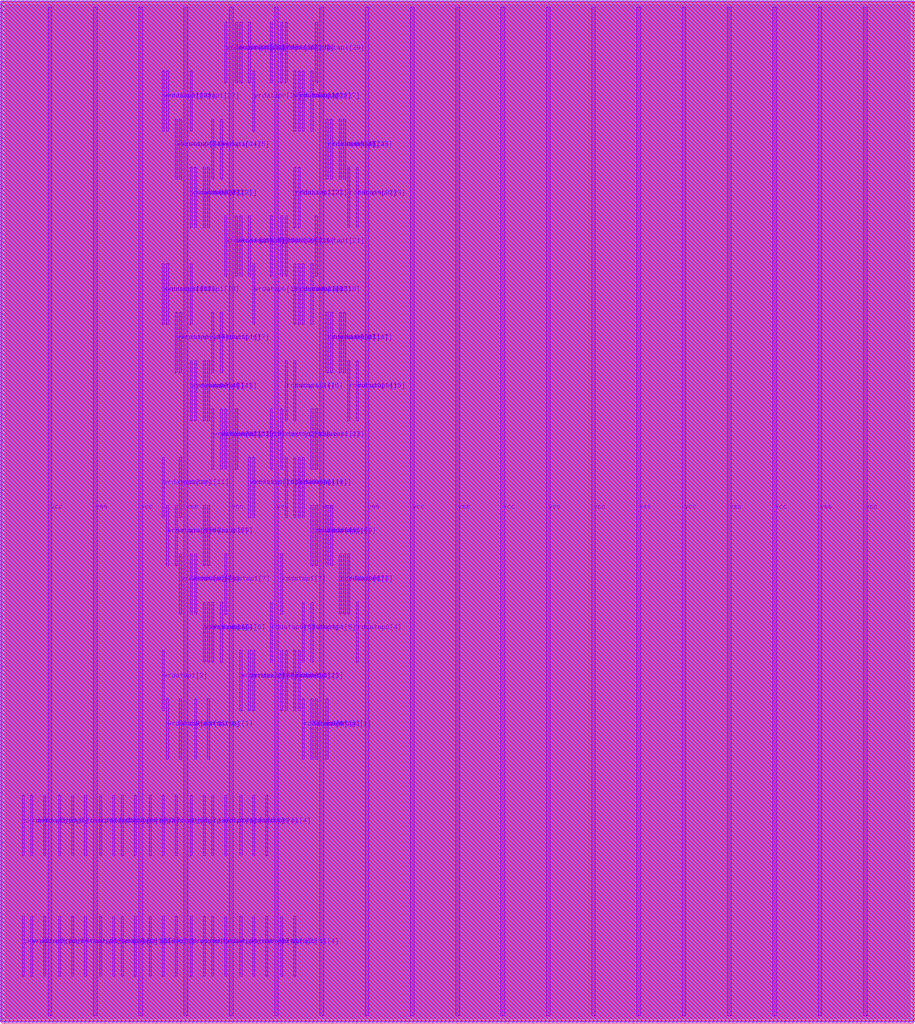
<source format=lef>
VERSION 5.8 ;
BUSBITCHARS "[]" ;
DIVIDERCHAR "/" ;

UNITS
  DATABASE MICRONS 4000 ;
END UNITS

MANUFACTURINGGRID 0.0005 ;

MACRO arf028b032e2r2w0cbbehraa4acw
  CLASS BLOCK ;
  ORIGIN 0 0 ;
  FOREIGN arf028b032e2r2w0cbbehraa4acw 0 0 ;
  SIZE 18 BY 20.16 ;
  PIN ckrdp0
    DIRECTION INPUT ;
    USE SIGNAL ;
    PORT
      LAYER m7 ;
        RECT 0.344 3.24 0.388 4.44 ;
    END
  END ckrdp0
  PIN ckrdp1
    DIRECTION INPUT ;
    USE SIGNAL ;
    PORT
      LAYER m7 ;
        RECT 2.872 3.24 2.916 4.44 ;
    END
  END ckrdp1
  PIN ckwrp0
    DIRECTION INPUT ;
    USE SIGNAL ;
    PORT
      LAYER m7 ;
        RECT 0.344 0.84 0.388 2.04 ;
    END
  END ckwrp0
  PIN ckwrp1
    DIRECTION INPUT ;
    USE SIGNAL ;
    PORT
      LAYER m7 ;
        RECT 3.128 0.84 3.172 2.04 ;
    END
  END ckwrp1
  PIN rdaddrp0[0]
    DIRECTION INPUT ;
    USE SIGNAL ;
    PORT
      LAYER m7 ;
        RECT 1.584 3.24 1.628 4.44 ;
    END
  END rdaddrp0[0]
  PIN rdaddrp0[1]
    DIRECTION INPUT ;
    USE SIGNAL ;
    PORT
      LAYER m7 ;
        RECT 1.884 3.24 1.928 4.44 ;
    END
  END rdaddrp0[1]
  PIN rdaddrp0[2]
    DIRECTION INPUT ;
    USE SIGNAL ;
    PORT
      LAYER m7 ;
        RECT 2.144 3.24 2.188 4.44 ;
    END
  END rdaddrp0[2]
  PIN rdaddrp0[3]
    DIRECTION INPUT ;
    USE SIGNAL ;
    PORT
      LAYER m7 ;
        RECT 2.312 3.24 2.356 4.44 ;
    END
  END rdaddrp0[3]
  PIN rdaddrp0[4]
    DIRECTION INPUT ;
    USE SIGNAL ;
    PORT
      LAYER m7 ;
        RECT 2.572 3.24 2.616 4.44 ;
    END
  END rdaddrp0[4]
  PIN rdaddrp0_fd
    DIRECTION INPUT ;
    USE SIGNAL ;
    PORT
      LAYER m7 ;
        RECT 0.512 3.24 0.556 4.44 ;
    END
  END rdaddrp0_fd
  PIN rdaddrp0_rd
    DIRECTION INPUT ;
    USE SIGNAL ;
    PORT
      LAYER m7 ;
        RECT 0.772 3.24 0.816 4.44 ;
    END
  END rdaddrp0_rd
  PIN rdaddrp1[0]
    DIRECTION INPUT ;
    USE SIGNAL ;
    PORT
      LAYER m7 ;
        RECT 4.112 3.24 4.156 4.44 ;
    END
  END rdaddrp1[0]
  PIN rdaddrp1[1]
    DIRECTION INPUT ;
    USE SIGNAL ;
    PORT
      LAYER m7 ;
        RECT 4.372 3.24 4.416 4.44 ;
    END
  END rdaddrp1[1]
  PIN rdaddrp1[2]
    DIRECTION INPUT ;
    USE SIGNAL ;
    PORT
      LAYER m7 ;
        RECT 4.672 3.24 4.716 4.44 ;
    END
  END rdaddrp1[2]
  PIN rdaddrp1[3]
    DIRECTION INPUT ;
    USE SIGNAL ;
    PORT
      LAYER m7 ;
        RECT 4.928 3.24 4.972 4.44 ;
    END
  END rdaddrp1[3]
  PIN rdaddrp1[4]
    DIRECTION INPUT ;
    USE SIGNAL ;
    PORT
      LAYER m7 ;
        RECT 5.184 3.24 5.228 4.44 ;
    END
  END rdaddrp1[4]
  PIN rdaddrp1_fd
    DIRECTION INPUT ;
    USE SIGNAL ;
    PORT
      LAYER m7 ;
        RECT 3.128 3.24 3.172 4.44 ;
    END
  END rdaddrp1_fd
  PIN rdaddrp1_rd
    DIRECTION INPUT ;
    USE SIGNAL ;
    PORT
      LAYER m7 ;
        RECT 3.384 3.24 3.428 4.44 ;
    END
  END rdaddrp1_rd
  PIN rddatap0[0]
    DIRECTION OUTPUT ;
    USE SIGNAL ;
    PORT
      LAYER m7 ;
        RECT 5.912 5.16 5.956 6.36 ;
    END
  END rddatap0[0]
  PIN rddatap0[10]
    DIRECTION OUTPUT ;
    USE SIGNAL ;
    PORT
      LAYER m7 ;
        RECT 5.572 9.96 5.616 11.16 ;
    END
  END rddatap0[10]
  PIN rddatap0[11]
    DIRECTION OUTPUT ;
    USE SIGNAL ;
    PORT
      LAYER m7 ;
        RECT 5.744 9.96 5.788 11.16 ;
    END
  END rddatap0[11]
  PIN rddatap0[12]
    DIRECTION OUTPUT ;
    USE SIGNAL ;
    PORT
      LAYER m7 ;
        RECT 5.272 10.92 5.316 12.12 ;
    END
  END rddatap0[12]
  PIN rddatap0[13]
    DIRECTION OUTPUT ;
    USE SIGNAL ;
    PORT
      LAYER m7 ;
        RECT 5.484 10.92 5.528 12.12 ;
    END
  END rddatap0[13]
  PIN rddatap0[14]
    DIRECTION OUTPUT ;
    USE SIGNAL ;
    PORT
      LAYER m7 ;
        RECT 6.812 11.88 6.856 13.08 ;
    END
  END rddatap0[14]
  PIN rddatap0[15]
    DIRECTION OUTPUT ;
    USE SIGNAL ;
    PORT
      LAYER m7 ;
        RECT 6.984 11.88 7.028 13.08 ;
    END
  END rddatap0[15]
  PIN rddatap0[16]
    DIRECTION OUTPUT ;
    USE SIGNAL ;
    PORT
      LAYER m7 ;
        RECT 6.384 12.84 6.428 14.04 ;
    END
  END rddatap0[16]
  PIN rddatap0[17]
    DIRECTION OUTPUT ;
    USE SIGNAL ;
    PORT
      LAYER m7 ;
        RECT 6.472 12.84 6.516 14.04 ;
    END
  END rddatap0[17]
  PIN rddatap0[18]
    DIRECTION OUTPUT ;
    USE SIGNAL ;
    PORT
      LAYER m7 ;
        RECT 5.744 13.8 5.788 15 ;
    END
  END rddatap0[18]
  PIN rddatap0[19]
    DIRECTION OUTPUT ;
    USE SIGNAL ;
    PORT
      LAYER m7 ;
        RECT 5.828 13.8 5.872 15 ;
    END
  END rddatap0[19]
  PIN rddatap0[1]
    DIRECTION OUTPUT ;
    USE SIGNAL ;
    PORT
      LAYER m7 ;
        RECT 6.084 5.16 6.128 6.36 ;
    END
  END rddatap0[1]
  PIN rddatap0[20]
    DIRECTION OUTPUT ;
    USE SIGNAL ;
    PORT
      LAYER m7 ;
        RECT 5.272 14.76 5.316 15.96 ;
    END
  END rddatap0[20]
  PIN rddatap0[21]
    DIRECTION OUTPUT ;
    USE SIGNAL ;
    PORT
      LAYER m7 ;
        RECT 5.484 14.76 5.528 15.96 ;
    END
  END rddatap0[21]
  PIN rddatap0[22]
    DIRECTION OUTPUT ;
    USE SIGNAL ;
    PORT
      LAYER m7 ;
        RECT 6.812 15.72 6.856 16.92 ;
    END
  END rddatap0[22]
  PIN rddatap0[23]
    DIRECTION OUTPUT ;
    USE SIGNAL ;
    PORT
      LAYER m7 ;
        RECT 6.984 15.72 7.028 16.92 ;
    END
  END rddatap0[23]
  PIN rddatap0[24]
    DIRECTION OUTPUT ;
    USE SIGNAL ;
    PORT
      LAYER m7 ;
        RECT 6.384 16.68 6.428 17.88 ;
    END
  END rddatap0[24]
  PIN rddatap0[25]
    DIRECTION OUTPUT ;
    USE SIGNAL ;
    PORT
      LAYER m7 ;
        RECT 6.472 16.68 6.516 17.88 ;
    END
  END rddatap0[25]
  PIN rddatap0[26]
    DIRECTION OUTPUT ;
    USE SIGNAL ;
    PORT
      LAYER m7 ;
        RECT 5.744 17.64 5.788 18.84 ;
    END
  END rddatap0[26]
  PIN rddatap0[27]
    DIRECTION OUTPUT ;
    USE SIGNAL ;
    PORT
      LAYER m7 ;
        RECT 5.828 17.64 5.872 18.84 ;
    END
  END rddatap0[27]
  PIN rddatap0[28]
    DIRECTION OUTPUT ;
    USE SIGNAL ;
    PORT
      LAYER m7 ;
        RECT 5.272 18.6 5.316 19.8 ;
    END
  END rddatap0[28]
  PIN rddatap0[29]
    DIRECTION OUTPUT ;
    USE SIGNAL ;
    PORT
      LAYER m7 ;
        RECT 5.484 18.6 5.528 19.8 ;
    END
  END rddatap0[29]
  PIN rddatap0[2]
    DIRECTION OUTPUT ;
    USE SIGNAL ;
    PORT
      LAYER m7 ;
        RECT 5.484 6.12 5.528 7.32 ;
    END
  END rddatap0[2]
  PIN rddatap0[3]
    DIRECTION OUTPUT ;
    USE SIGNAL ;
    PORT
      LAYER m7 ;
        RECT 5.572 6.12 5.616 7.32 ;
    END
  END rddatap0[3]
  PIN rddatap0[4]
    DIRECTION OUTPUT ;
    USE SIGNAL ;
    PORT
      LAYER m7 ;
        RECT 6.984 7.08 7.028 8.28 ;
    END
  END rddatap0[4]
  PIN rddatap0[5]
    DIRECTION OUTPUT ;
    USE SIGNAL ;
    PORT
      LAYER m7 ;
        RECT 5.272 7.08 5.316 8.28 ;
    END
  END rddatap0[5]
  PIN rddatap0[6]
    DIRECTION OUTPUT ;
    USE SIGNAL ;
    PORT
      LAYER m7 ;
        RECT 6.644 8.04 6.688 9.24 ;
    END
  END rddatap0[6]
  PIN rddatap0[7]
    DIRECTION OUTPUT ;
    USE SIGNAL ;
    PORT
      LAYER m7 ;
        RECT 6.728 8.04 6.772 9.24 ;
    END
  END rddatap0[7]
  PIN rddatap0[8]
    DIRECTION OUTPUT ;
    USE SIGNAL ;
    PORT
      LAYER m7 ;
        RECT 6.084 9 6.128 10.2 ;
    END
  END rddatap0[8]
  PIN rddatap0[9]
    DIRECTION OUTPUT ;
    USE SIGNAL ;
    PORT
      LAYER m7 ;
        RECT 6.172 9 6.216 10.2 ;
    END
  END rddatap0[9]
  PIN rddatap1[0]
    DIRECTION OUTPUT ;
    USE SIGNAL ;
    PORT
      LAYER m7 ;
        RECT 6.172 5.16 6.216 6.36 ;
    END
  END rddatap1[0]
  PIN rddatap1[10]
    DIRECTION OUTPUT ;
    USE SIGNAL ;
    PORT
      LAYER m7 ;
        RECT 5.828 9.96 5.872 11.16 ;
    END
  END rddatap1[10]
  PIN rddatap1[11]
    DIRECTION OUTPUT ;
    USE SIGNAL ;
    PORT
      LAYER m7 ;
        RECT 5.912 9.96 5.956 11.16 ;
    END
  END rddatap1[11]
  PIN rddatap1[12]
    DIRECTION OUTPUT ;
    USE SIGNAL ;
    PORT
      LAYER m7 ;
        RECT 6.084 10.92 6.128 12.12 ;
    END
  END rddatap1[12]
  PIN rddatap1[13]
    DIRECTION OUTPUT ;
    USE SIGNAL ;
    PORT
      LAYER m7 ;
        RECT 6.172 10.92 6.216 12.12 ;
    END
  END rddatap1[13]
  PIN rddatap1[14]
    DIRECTION OUTPUT ;
    USE SIGNAL ;
    PORT
      LAYER m7 ;
        RECT 5.572 11.88 5.616 13.08 ;
    END
  END rddatap1[14]
  PIN rddatap1[15]
    DIRECTION OUTPUT ;
    USE SIGNAL ;
    PORT
      LAYER m7 ;
        RECT 5.744 11.88 5.788 13.08 ;
    END
  END rddatap1[15]
  PIN rddatap1[16]
    DIRECTION OUTPUT ;
    USE SIGNAL ;
    PORT
      LAYER m7 ;
        RECT 6.644 12.84 6.688 14.04 ;
    END
  END rddatap1[16]
  PIN rddatap1[17]
    DIRECTION OUTPUT ;
    USE SIGNAL ;
    PORT
      LAYER m7 ;
        RECT 6.728 12.84 6.772 14.04 ;
    END
  END rddatap1[17]
  PIN rddatap1[18]
    DIRECTION OUTPUT ;
    USE SIGNAL ;
    PORT
      LAYER m7 ;
        RECT 5.912 13.8 5.956 15 ;
    END
  END rddatap1[18]
  PIN rddatap1[19]
    DIRECTION OUTPUT ;
    USE SIGNAL ;
    PORT
      LAYER m7 ;
        RECT 6.084 13.8 6.128 15 ;
    END
  END rddatap1[19]
  PIN rddatap1[1]
    DIRECTION OUTPUT ;
    USE SIGNAL ;
    PORT
      LAYER m7 ;
        RECT 6.384 5.16 6.428 6.36 ;
    END
  END rddatap1[1]
  PIN rddatap1[20]
    DIRECTION OUTPUT ;
    USE SIGNAL ;
    PORT
      LAYER m7 ;
        RECT 5.572 14.76 5.616 15.96 ;
    END
  END rddatap1[20]
  PIN rddatap1[21]
    DIRECTION OUTPUT ;
    USE SIGNAL ;
    PORT
      LAYER m7 ;
        RECT 6.172 14.76 6.216 15.96 ;
    END
  END rddatap1[21]
  PIN rddatap1[22]
    DIRECTION OUTPUT ;
    USE SIGNAL ;
    PORT
      LAYER m7 ;
        RECT 5.744 15.72 5.788 16.92 ;
    END
  END rddatap1[22]
  PIN rddatap1[23]
    DIRECTION OUTPUT ;
    USE SIGNAL ;
    PORT
      LAYER m7 ;
        RECT 5.828 15.72 5.872 16.92 ;
    END
  END rddatap1[23]
  PIN rddatap1[24]
    DIRECTION OUTPUT ;
    USE SIGNAL ;
    PORT
      LAYER m7 ;
        RECT 6.644 16.68 6.688 17.88 ;
    END
  END rddatap1[24]
  PIN rddatap1[25]
    DIRECTION OUTPUT ;
    USE SIGNAL ;
    PORT
      LAYER m7 ;
        RECT 6.728 16.68 6.772 17.88 ;
    END
  END rddatap1[25]
  PIN rddatap1[26]
    DIRECTION OUTPUT ;
    USE SIGNAL ;
    PORT
      LAYER m7 ;
        RECT 5.912 17.64 5.956 18.84 ;
    END
  END rddatap1[26]
  PIN rddatap1[27]
    DIRECTION OUTPUT ;
    USE SIGNAL ;
    PORT
      LAYER m7 ;
        RECT 6.084 17.64 6.128 18.84 ;
    END
  END rddatap1[27]
  PIN rddatap1[28]
    DIRECTION OUTPUT ;
    USE SIGNAL ;
    PORT
      LAYER m7 ;
        RECT 5.572 18.6 5.616 19.8 ;
    END
  END rddatap1[28]
  PIN rddatap1[29]
    DIRECTION OUTPUT ;
    USE SIGNAL ;
    PORT
      LAYER m7 ;
        RECT 6.172 18.6 6.216 19.8 ;
    END
  END rddatap1[29]
  PIN rddatap1[2]
    DIRECTION OUTPUT ;
    USE SIGNAL ;
    PORT
      LAYER m7 ;
        RECT 5.744 6.12 5.788 7.32 ;
    END
  END rddatap1[2]
  PIN rddatap1[3]
    DIRECTION OUTPUT ;
    USE SIGNAL ;
    PORT
      LAYER m7 ;
        RECT 5.828 6.12 5.872 7.32 ;
    END
  END rddatap1[3]
  PIN rddatap1[4]
    DIRECTION OUTPUT ;
    USE SIGNAL ;
    PORT
      LAYER m7 ;
        RECT 5.912 7.08 5.956 8.28 ;
    END
  END rddatap1[4]
  PIN rddatap1[5]
    DIRECTION OUTPUT ;
    USE SIGNAL ;
    PORT
      LAYER m7 ;
        RECT 6.084 7.08 6.128 8.28 ;
    END
  END rddatap1[5]
  PIN rddatap1[6]
    DIRECTION OUTPUT ;
    USE SIGNAL ;
    PORT
      LAYER m7 ;
        RECT 6.812 8.04 6.856 9.24 ;
    END
  END rddatap1[6]
  PIN rddatap1[7]
    DIRECTION OUTPUT ;
    USE SIGNAL ;
    PORT
      LAYER m7 ;
        RECT 5.484 8.04 5.528 9.24 ;
    END
  END rddatap1[7]
  PIN rddatap1[8]
    DIRECTION OUTPUT ;
    USE SIGNAL ;
    PORT
      LAYER m7 ;
        RECT 6.384 9 6.428 10.2 ;
    END
  END rddatap1[8]
  PIN rddatap1[9]
    DIRECTION OUTPUT ;
    USE SIGNAL ;
    PORT
      LAYER m7 ;
        RECT 6.472 9 6.516 10.2 ;
    END
  END rddatap1[9]
  PIN rdenp0
    DIRECTION INPUT ;
    USE SIGNAL ;
    PORT
      LAYER m7 ;
        RECT 1.072 3.24 1.116 4.44 ;
    END
  END rdenp0
  PIN rdenp1
    DIRECTION INPUT ;
    USE SIGNAL ;
    PORT
      LAYER m7 ;
        RECT 3.684 3.24 3.728 4.44 ;
    END
  END rdenp1
  PIN sdl_initp0
    DIRECTION INPUT ;
    USE SIGNAL ;
    PORT
      LAYER m7 ;
        RECT 1.328 3.24 1.372 4.44 ;
    END
  END sdl_initp0
  PIN sdl_initp1
    DIRECTION INPUT ;
    USE SIGNAL ;
    PORT
      LAYER m7 ;
        RECT 3.944 3.24 3.988 4.44 ;
    END
  END sdl_initp1
  PIN vcc
    DIRECTION INPUT ;
    USE POWER ;
    PORT
      LAYER m7 ;
        RECT 17.062 0.06 17.138 20.1 ;
    END
    PORT
      LAYER m7 ;
        RECT 15.262 0.06 15.338 20.1 ;
    END
    PORT
      LAYER m7 ;
        RECT 13.462 0.06 13.538 20.1 ;
    END
    PORT
      LAYER m7 ;
        RECT 11.662 0.06 11.738 20.1 ;
    END
    PORT
      LAYER m7 ;
        RECT 9.862 0.06 9.938 20.1 ;
    END
    PORT
      LAYER m7 ;
        RECT 8.062 0.06 8.138 20.1 ;
    END
    PORT
      LAYER m7 ;
        RECT 6.262 0.06 6.338 20.1 ;
    END
    PORT
      LAYER m7 ;
        RECT 4.462 0.06 4.538 20.1 ;
    END
    PORT
      LAYER m7 ;
        RECT 2.662 0.06 2.738 20.1 ;
    END
    PORT
      LAYER m7 ;
        RECT 0.862 0.06 0.938 20.1 ;
    END
  END vcc
  PIN vss
    DIRECTION INOUT ;
    USE GROUND ;
    PORT
      LAYER m7 ;
        RECT 16.162 0.06 16.238 20.1 ;
    END
    PORT
      LAYER m7 ;
        RECT 14.362 0.06 14.438 20.1 ;
    END
    PORT
      LAYER m7 ;
        RECT 12.562 0.06 12.638 20.1 ;
    END
    PORT
      LAYER m7 ;
        RECT 10.762 0.06 10.838 20.1 ;
    END
    PORT
      LAYER m7 ;
        RECT 8.962 0.06 9.038 20.1 ;
    END
    PORT
      LAYER m7 ;
        RECT 7.162 0.06 7.238 20.1 ;
    END
    PORT
      LAYER m7 ;
        RECT 5.362 0.06 5.438 20.1 ;
    END
    PORT
      LAYER m7 ;
        RECT 3.562 0.06 3.638 20.1 ;
    END
    PORT
      LAYER m7 ;
        RECT 1.762 0.06 1.838 20.1 ;
    END
  END vss
  PIN wraddrp0[0]
    DIRECTION INPUT ;
    USE SIGNAL ;
    PORT
      LAYER m7 ;
        RECT 1.884 0.84 1.928 2.04 ;
    END
  END wraddrp0[0]
  PIN wraddrp0[1]
    DIRECTION INPUT ;
    USE SIGNAL ;
    PORT
      LAYER m7 ;
        RECT 2.144 0.84 2.188 2.04 ;
    END
  END wraddrp0[1]
  PIN wraddrp0[2]
    DIRECTION INPUT ;
    USE SIGNAL ;
    PORT
      LAYER m7 ;
        RECT 2.312 0.84 2.356 2.04 ;
    END
  END wraddrp0[2]
  PIN wraddrp0[3]
    DIRECTION INPUT ;
    USE SIGNAL ;
    PORT
      LAYER m7 ;
        RECT 2.572 0.84 2.616 2.04 ;
    END
  END wraddrp0[3]
  PIN wraddrp0[4]
    DIRECTION INPUT ;
    USE SIGNAL ;
    PORT
      LAYER m7 ;
        RECT 2.872 0.84 2.916 2.04 ;
    END
  END wraddrp0[4]
  PIN wraddrp0_fd
    DIRECTION INPUT ;
    USE SIGNAL ;
    PORT
      LAYER m7 ;
        RECT 0.512 0.84 0.556 2.04 ;
    END
  END wraddrp0_fd
  PIN wraddrp0_rd
    DIRECTION INPUT ;
    USE SIGNAL ;
    PORT
      LAYER m7 ;
        RECT 0.772 0.84 0.816 2.04 ;
    END
  END wraddrp0_rd
  PIN wraddrp1[0]
    DIRECTION INPUT ;
    USE SIGNAL ;
    PORT
      LAYER m7 ;
        RECT 4.672 0.84 4.716 2.04 ;
    END
  END wraddrp1[0]
  PIN wraddrp1[1]
    DIRECTION INPUT ;
    USE SIGNAL ;
    PORT
      LAYER m7 ;
        RECT 4.928 0.84 4.972 2.04 ;
    END
  END wraddrp1[1]
  PIN wraddrp1[2]
    DIRECTION INPUT ;
    USE SIGNAL ;
    PORT
      LAYER m7 ;
        RECT 5.184 0.84 5.228 2.04 ;
    END
  END wraddrp1[2]
  PIN wraddrp1[3]
    DIRECTION INPUT ;
    USE SIGNAL ;
    PORT
      LAYER m7 ;
        RECT 5.484 0.84 5.528 2.04 ;
    END
  END wraddrp1[3]
  PIN wraddrp1[4]
    DIRECTION INPUT ;
    USE SIGNAL ;
    PORT
      LAYER m7 ;
        RECT 5.744 0.84 5.788 2.04 ;
    END
  END wraddrp1[4]
  PIN wraddrp1_fd
    DIRECTION INPUT ;
    USE SIGNAL ;
    PORT
      LAYER m7 ;
        RECT 3.384 0.84 3.428 2.04 ;
    END
  END wraddrp1_fd
  PIN wraddrp1_rd
    DIRECTION INPUT ;
    USE SIGNAL ;
    PORT
      LAYER m7 ;
        RECT 3.684 0.84 3.728 2.04 ;
    END
  END wraddrp1_rd
  PIN wrdatap0[0]
    DIRECTION INPUT ;
    USE SIGNAL ;
    PORT
      LAYER m7 ;
        RECT 3.212 5.16 3.256 6.36 ;
    END
  END wrdatap0[0]
  PIN wrdatap0[10]
    DIRECTION INPUT ;
    USE SIGNAL ;
    PORT
      LAYER m7 ;
        RECT 4.844 9.96 4.888 11.16 ;
    END
  END wrdatap0[10]
  PIN wrdatap0[11]
    DIRECTION INPUT ;
    USE SIGNAL ;
    PORT
      LAYER m7 ;
        RECT 4.928 9.96 4.972 11.16 ;
    END
  END wrdatap0[11]
  PIN wrdatap0[12]
    DIRECTION INPUT ;
    USE SIGNAL ;
    PORT
      LAYER m7 ;
        RECT 4.112 10.92 4.156 12.12 ;
    END
  END wrdatap0[12]
  PIN wrdatap0[13]
    DIRECTION INPUT ;
    USE SIGNAL ;
    PORT
      LAYER m7 ;
        RECT 4.284 10.92 4.328 12.12 ;
    END
  END wrdatap0[13]
  PIN wrdatap0[14]
    DIRECTION INPUT ;
    USE SIGNAL ;
    PORT
      LAYER m7 ;
        RECT 3.684 11.88 3.728 13.08 ;
    END
  END wrdatap0[14]
  PIN wrdatap0[15]
    DIRECTION INPUT ;
    USE SIGNAL ;
    PORT
      LAYER m7 ;
        RECT 3.772 11.88 3.816 13.08 ;
    END
  END wrdatap0[15]
  PIN wrdatap0[16]
    DIRECTION INPUT ;
    USE SIGNAL ;
    PORT
      LAYER m7 ;
        RECT 3.384 12.84 3.428 14.04 ;
    END
  END wrdatap0[16]
  PIN wrdatap0[17]
    DIRECTION INPUT ;
    USE SIGNAL ;
    PORT
      LAYER m7 ;
        RECT 3.472 12.84 3.516 14.04 ;
    END
  END wrdatap0[17]
  PIN wrdatap0[18]
    DIRECTION INPUT ;
    USE SIGNAL ;
    PORT
      LAYER m7 ;
        RECT 4.928 13.8 4.972 15 ;
    END
  END wrdatap0[18]
  PIN wrdatap0[19]
    DIRECTION INPUT ;
    USE SIGNAL ;
    PORT
      LAYER m7 ;
        RECT 3.128 13.8 3.172 15 ;
    END
  END wrdatap0[19]
  PIN wrdatap0[1]
    DIRECTION INPUT ;
    USE SIGNAL ;
    PORT
      LAYER m7 ;
        RECT 3.472 5.16 3.516 6.36 ;
    END
  END wrdatap0[1]
  PIN wrdatap0[20]
    DIRECTION INPUT ;
    USE SIGNAL ;
    PORT
      LAYER m7 ;
        RECT 4.372 14.76 4.416 15.96 ;
    END
  END wrdatap0[20]
  PIN wrdatap0[21]
    DIRECTION INPUT ;
    USE SIGNAL ;
    PORT
      LAYER m7 ;
        RECT 4.584 14.76 4.628 15.96 ;
    END
  END wrdatap0[21]
  PIN wrdatap0[22]
    DIRECTION INPUT ;
    USE SIGNAL ;
    PORT
      LAYER m7 ;
        RECT 3.684 15.72 3.728 16.92 ;
    END
  END wrdatap0[22]
  PIN wrdatap0[23]
    DIRECTION INPUT ;
    USE SIGNAL ;
    PORT
      LAYER m7 ;
        RECT 3.772 15.72 3.816 16.92 ;
    END
  END wrdatap0[23]
  PIN wrdatap0[24]
    DIRECTION INPUT ;
    USE SIGNAL ;
    PORT
      LAYER m7 ;
        RECT 3.384 16.68 3.428 17.88 ;
    END
  END wrdatap0[24]
  PIN wrdatap0[25]
    DIRECTION INPUT ;
    USE SIGNAL ;
    PORT
      LAYER m7 ;
        RECT 3.472 16.68 3.516 17.88 ;
    END
  END wrdatap0[25]
  PIN wrdatap0[26]
    DIRECTION INPUT ;
    USE SIGNAL ;
    PORT
      LAYER m7 ;
        RECT 4.928 17.64 4.972 18.84 ;
    END
  END wrdatap0[26]
  PIN wrdatap0[27]
    DIRECTION INPUT ;
    USE SIGNAL ;
    PORT
      LAYER m7 ;
        RECT 3.128 17.64 3.172 18.84 ;
    END
  END wrdatap0[27]
  PIN wrdatap0[28]
    DIRECTION INPUT ;
    USE SIGNAL ;
    PORT
      LAYER m7 ;
        RECT 4.372 18.6 4.416 19.8 ;
    END
  END wrdatap0[28]
  PIN wrdatap0[29]
    DIRECTION INPUT ;
    USE SIGNAL ;
    PORT
      LAYER m7 ;
        RECT 4.584 18.6 4.628 19.8 ;
    END
  END wrdatap0[29]
  PIN wrdatap0[2]
    DIRECTION INPUT ;
    USE SIGNAL ;
    PORT
      LAYER m7 ;
        RECT 4.672 6.12 4.716 7.32 ;
    END
  END wrdatap0[2]
  PIN wrdatap0[3]
    DIRECTION INPUT ;
    USE SIGNAL ;
    PORT
      LAYER m7 ;
        RECT 4.844 6.12 4.888 7.32 ;
    END
  END wrdatap0[3]
  PIN wrdatap0[4]
    DIRECTION INPUT ;
    USE SIGNAL ;
    PORT
      LAYER m7 ;
        RECT 3.944 7.08 3.988 8.28 ;
    END
  END wrdatap0[4]
  PIN wrdatap0[5]
    DIRECTION INPUT ;
    USE SIGNAL ;
    PORT
      LAYER m7 ;
        RECT 4.028 7.08 4.072 8.28 ;
    END
  END wrdatap0[5]
  PIN wrdatap0[6]
    DIRECTION INPUT ;
    USE SIGNAL ;
    PORT
      LAYER m7 ;
        RECT 3.472 8.04 3.516 9.24 ;
    END
  END wrdatap0[6]
  PIN wrdatap0[7]
    DIRECTION INPUT ;
    USE SIGNAL ;
    PORT
      LAYER m7 ;
        RECT 3.684 8.04 3.728 9.24 ;
    END
  END wrdatap0[7]
  PIN wrdatap0[8]
    DIRECTION INPUT ;
    USE SIGNAL ;
    PORT
      LAYER m7 ;
        RECT 3.212 9 3.256 10.2 ;
    END
  END wrdatap0[8]
  PIN wrdatap0[9]
    DIRECTION INPUT ;
    USE SIGNAL ;
    PORT
      LAYER m7 ;
        RECT 3.384 9 3.428 10.2 ;
    END
  END wrdatap0[9]
  PIN wrdatap0_fd
    DIRECTION INPUT ;
    USE SIGNAL ;
    PORT
      LAYER m7 ;
        RECT 1.328 0.84 1.372 2.04 ;
    END
  END wrdatap0_fd
  PIN wrdatap0_rd
    DIRECTION INPUT ;
    USE SIGNAL ;
    PORT
      LAYER m7 ;
        RECT 1.584 0.84 1.628 2.04 ;
    END
  END wrdatap0_rd
  PIN wrdatap1[0]
    DIRECTION INPUT ;
    USE SIGNAL ;
    PORT
      LAYER m7 ;
        RECT 3.772 5.16 3.816 6.36 ;
    END
  END wrdatap1[0]
  PIN wrdatap1[10]
    DIRECTION INPUT ;
    USE SIGNAL ;
    PORT
      LAYER m7 ;
        RECT 3.128 9.96 3.172 11.16 ;
    END
  END wrdatap1[10]
  PIN wrdatap1[11]
    DIRECTION INPUT ;
    USE SIGNAL ;
    PORT
      LAYER m7 ;
        RECT 3.472 9.96 3.516 11.16 ;
    END
  END wrdatap1[11]
  PIN wrdatap1[12]
    DIRECTION INPUT ;
    USE SIGNAL ;
    PORT
      LAYER m7 ;
        RECT 4.372 10.92 4.416 12.12 ;
    END
  END wrdatap1[12]
  PIN wrdatap1[13]
    DIRECTION INPUT ;
    USE SIGNAL ;
    PORT
      LAYER m7 ;
        RECT 4.584 10.92 4.628 12.12 ;
    END
  END wrdatap1[13]
  PIN wrdatap1[14]
    DIRECTION INPUT ;
    USE SIGNAL ;
    PORT
      LAYER m7 ;
        RECT 3.944 11.88 3.988 13.08 ;
    END
  END wrdatap1[14]
  PIN wrdatap1[15]
    DIRECTION INPUT ;
    USE SIGNAL ;
    PORT
      LAYER m7 ;
        RECT 4.028 11.88 4.072 13.08 ;
    END
  END wrdatap1[15]
  PIN wrdatap1[16]
    DIRECTION INPUT ;
    USE SIGNAL ;
    PORT
      LAYER m7 ;
        RECT 4.112 12.84 4.156 14.04 ;
    END
  END wrdatap1[16]
  PIN wrdatap1[17]
    DIRECTION INPUT ;
    USE SIGNAL ;
    PORT
      LAYER m7 ;
        RECT 4.284 12.84 4.328 14.04 ;
    END
  END wrdatap1[17]
  PIN wrdatap1[18]
    DIRECTION INPUT ;
    USE SIGNAL ;
    PORT
      LAYER m7 ;
        RECT 3.212 13.8 3.256 15 ;
    END
  END wrdatap1[18]
  PIN wrdatap1[19]
    DIRECTION INPUT ;
    USE SIGNAL ;
    PORT
      LAYER m7 ;
        RECT 3.684 13.8 3.728 15 ;
    END
  END wrdatap1[19]
  PIN wrdatap1[1]
    DIRECTION INPUT ;
    USE SIGNAL ;
    PORT
      LAYER m7 ;
        RECT 4.028 5.16 4.072 6.36 ;
    END
  END wrdatap1[1]
  PIN wrdatap1[20]
    DIRECTION INPUT ;
    USE SIGNAL ;
    PORT
      LAYER m7 ;
        RECT 4.672 14.76 4.716 15.96 ;
    END
  END wrdatap1[20]
  PIN wrdatap1[21]
    DIRECTION INPUT ;
    USE SIGNAL ;
    PORT
      LAYER m7 ;
        RECT 4.844 14.76 4.888 15.96 ;
    END
  END wrdatap1[21]
  PIN wrdatap1[22]
    DIRECTION INPUT ;
    USE SIGNAL ;
    PORT
      LAYER m7 ;
        RECT 3.944 15.72 3.988 16.92 ;
    END
  END wrdatap1[22]
  PIN wrdatap1[23]
    DIRECTION INPUT ;
    USE SIGNAL ;
    PORT
      LAYER m7 ;
        RECT 4.028 15.72 4.072 16.92 ;
    END
  END wrdatap1[23]
  PIN wrdatap1[24]
    DIRECTION INPUT ;
    USE SIGNAL ;
    PORT
      LAYER m7 ;
        RECT 4.112 16.68 4.156 17.88 ;
    END
  END wrdatap1[24]
  PIN wrdatap1[25]
    DIRECTION INPUT ;
    USE SIGNAL ;
    PORT
      LAYER m7 ;
        RECT 4.284 16.68 4.328 17.88 ;
    END
  END wrdatap1[25]
  PIN wrdatap1[26]
    DIRECTION INPUT ;
    USE SIGNAL ;
    PORT
      LAYER m7 ;
        RECT 3.212 17.64 3.256 18.84 ;
    END
  END wrdatap1[26]
  PIN wrdatap1[27]
    DIRECTION INPUT ;
    USE SIGNAL ;
    PORT
      LAYER m7 ;
        RECT 3.684 17.64 3.728 18.84 ;
    END
  END wrdatap1[27]
  PIN wrdatap1[28]
    DIRECTION INPUT ;
    USE SIGNAL ;
    PORT
      LAYER m7 ;
        RECT 4.672 18.6 4.716 19.8 ;
    END
  END wrdatap1[28]
  PIN wrdatap1[29]
    DIRECTION INPUT ;
    USE SIGNAL ;
    PORT
      LAYER m7 ;
        RECT 4.844 18.6 4.888 19.8 ;
    END
  END wrdatap1[29]
  PIN wrdatap1[2]
    DIRECTION INPUT ;
    USE SIGNAL ;
    PORT
      LAYER m7 ;
        RECT 4.928 6.12 4.972 7.32 ;
    END
  END wrdatap1[2]
  PIN wrdatap1[3]
    DIRECTION INPUT ;
    USE SIGNAL ;
    PORT
      LAYER m7 ;
        RECT 3.128 6.12 3.172 7.32 ;
    END
  END wrdatap1[3]
  PIN wrdatap1[4]
    DIRECTION INPUT ;
    USE SIGNAL ;
    PORT
      LAYER m7 ;
        RECT 4.112 7.08 4.156 8.28 ;
    END
  END wrdatap1[4]
  PIN wrdatap1[5]
    DIRECTION INPUT ;
    USE SIGNAL ;
    PORT
      LAYER m7 ;
        RECT 4.284 7.08 4.328 8.28 ;
    END
  END wrdatap1[5]
  PIN wrdatap1[6]
    DIRECTION INPUT ;
    USE SIGNAL ;
    PORT
      LAYER m7 ;
        RECT 3.772 8.04 3.816 9.24 ;
    END
  END wrdatap1[6]
  PIN wrdatap1[7]
    DIRECTION INPUT ;
    USE SIGNAL ;
    PORT
      LAYER m7 ;
        RECT 4.372 8.04 4.416 9.24 ;
    END
  END wrdatap1[7]
  PIN wrdatap1[8]
    DIRECTION INPUT ;
    USE SIGNAL ;
    PORT
      LAYER m7 ;
        RECT 3.944 9 3.988 10.2 ;
    END
  END wrdatap1[8]
  PIN wrdatap1[9]
    DIRECTION INPUT ;
    USE SIGNAL ;
    PORT
      LAYER m7 ;
        RECT 4.028 9 4.072 10.2 ;
    END
  END wrdatap1[9]
  PIN wrdatap1_fd
    DIRECTION INPUT ;
    USE SIGNAL ;
    PORT
      LAYER m7 ;
        RECT 4.112 0.84 4.156 2.04 ;
    END
  END wrdatap1_fd
  PIN wrdatap1_rd
    DIRECTION INPUT ;
    USE SIGNAL ;
    PORT
      LAYER m7 ;
        RECT 4.372 0.84 4.416 2.04 ;
    END
  END wrdatap1_rd
  PIN wrenp0
    DIRECTION INPUT ;
    USE SIGNAL ;
    PORT
      LAYER m7 ;
        RECT 1.072 0.84 1.116 2.04 ;
    END
  END wrenp0
  PIN wrenp1
    DIRECTION INPUT ;
    USE SIGNAL ;
    PORT
      LAYER m7 ;
        RECT 3.944 0.84 3.988 2.04 ;
    END
  END wrenp1
  OBS
    LAYER m0 SPACING 0 ;
      RECT 0 0 18 20.16 ;
    LAYER m1 SPACING 0 ;
      RECT 0 0 18 20.16 ;
    LAYER m2 SPACING 0 ;
      RECT -0.0705 -0.038 18.0705 20.198 ;
    LAYER m3 SPACING 0 ;
      RECT -0.035 -0.07 18.035 20.23 ;
    LAYER m4 SPACING 0 ;
      RECT -0.07 -0.038 18.07 20.198 ;
    LAYER m5 SPACING 0 ;
      RECT -0.059 -0.09 18.059 20.25 ;
    LAYER m6 SPACING 0 ;
      RECT -0.09 -0.062 18.09 20.222 ;
    LAYER m7 SPACING 0 ;
      RECT -0.092 -0.06 18.092 20.22 ;
  END
END arf028b032e2r2w0cbbehraa4acw
END LIBRARY

</source>
